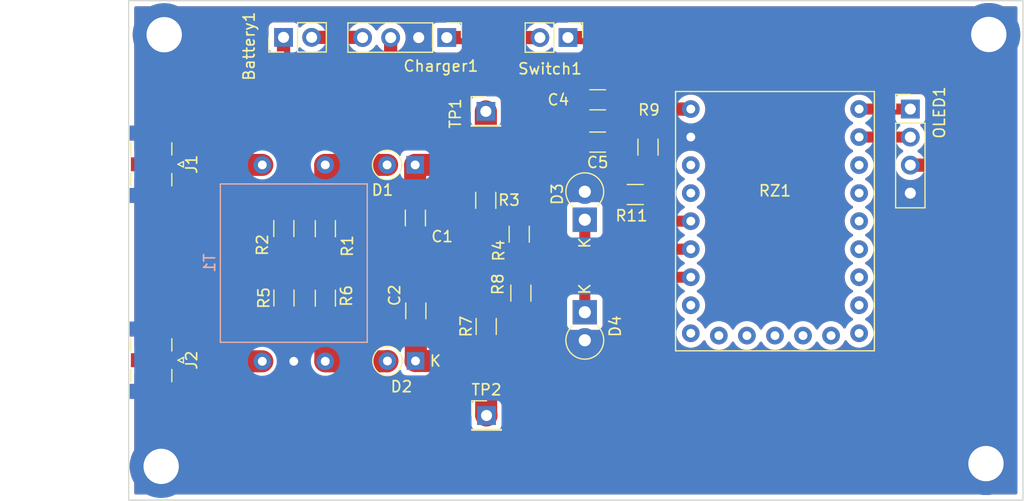
<source format=kicad_pcb>
(kicad_pcb (version 20211014) (generator pcbnew)
  (layers (0 "F.Cu" signal) (31 "B.Cu" signal) (34 "B.Paste" user) (35 "F.Paste" user) (36 "B.SilkS" user "B.Silkscreen") (37 "F.SilkS" user "F.Silkscreen") (38 "B.Mask" user) (39 "F.Mask" user) (44 "Edge.Cuts" user))
  (net 0 "")
  (net 1 "GND")
  (net 2 "Net-(J2-Pad1)")
  (net 3 "Net-(C1-Pad1)")
  (net 4 "Net-(C2-Pad1)")
  (net 5 "Net-(J1-Pad1)")
  (net 6 "Net-(D1-Pad2)")
  (net 7 "Net-(D2-Pad2)")
  (net 8 "Net-(D4-Pad1)")
  (net 9 "Net-(Charger1-Pad1)")
  (net 10 "Net-(C4-Pad1)")
  (net 11 "Net-(Battery1-Pad1)")
  (net 12 "Net-(Battery1-Pad2)")
  (net 13 "Net-(OLED1-Pad1)")
  (net 14 "Net-(OLED1-Pad2)")
  (net 15 "Net-(R11-Pad2)")
  (net 32 "Net-(D3-Pad1)")
  (footprint "Resistor_SMD:R_1206_3216Metric_Pad1.30x1.75mm_HandSolder" (layer "F.Cu") (at 158.63 87.4 90)
    (fp_text reference "R9" (at 3.37 0.09 180) (layer "F.SilkS"))
    (fp_text value "39k")
    (fp_line (start -0.727064 -0.91) (end 0.727064 -0.91) (layer "F.SilkS") (width 0.12))
    (fp_line (start -0.727064 0.91) (end 0.727064 0.91) (layer "F.SilkS") (width 0.12))
    (pad "1" smd roundrect (at -1.55 0 90) (size 1.3 1.75) (layers "F.Cu" "F.Paste" "F.Mask") (roundrect_rratio 0.1923076923) (net 15 "Net-(R11-Pad2)"))
    (pad "2" smd roundrect (at 1.55 0 90) (size 1.3 1.75) (layers "F.Cu" "F.Paste" "F.Mask") (roundrect_rratio 0.1923076923) (net 10 "Net-(C4-Pad1)"))
  )
  (footprint "Connector_PinHeader_2.54mm:PinHeader_1x02_P2.54mm_Vertical" (layer "F.Cu") (at 125.635 77.45 90)
    (fp_text reference "Battery1" (at -0.8 -3.125 90) (layer "F.SilkS"))
    (fp_text value "Battery" hide)
    (fp_line (start -1.33 1.27) (end -1.33 3.87) (layer "F.SilkS") (width 0.12))
    (fp_line (start -1.33 0) (end -1.33 -1.33) (layer "F.SilkS") (width 0.12))
    (fp_line (start -1.33 3.87) (end 1.33 3.87) (layer "F.SilkS") (width 0.12))
    (fp_line (start 1.33 1.27) (end 1.33 3.87) (layer "F.SilkS") (width 0.12))
    (fp_line (start -1.33 -1.33) (end 0 -1.33) (layer "F.SilkS") (width 0.12))
    (fp_line (start -1.33 1.27) (end 1.33 1.27) (layer "F.SilkS") (width 0.12))
    (pad "1" thru_hole rect (at 0 0 90) (size 1.7 1.7) (drill 1) (layers *.Cu *.Mask) (net 11 "Net-(Battery1-Pad1)"))
    (pad "2" thru_hole oval (at 0 2.54 90) (size 1.7 1.7) (drill 1) (layers *.Cu *.Mask) (net 12 "Net-(Battery1-Pad2)"))
  )
  (footprint "Connector_PinHeader_2.54mm:PinHeader_1x01_P2.54mm_Vertical" (layer "F.Cu") (at 144.01 111.72)
    (fp_text reference "TP2" (at 0 -2.33) (layer "F.SilkS"))
    (fp_text value "Vrev")
    (fp_line (start -1.33 1.27) (end 1.33 1.27) (layer "F.SilkS") (width 0.12))
    (fp_line (start -1.33 0) (end -1.33 -1.33) (layer "F.SilkS") (width 0.12))
    (fp_line (start -1.33 1.33) (end 1.33 1.33) (layer "F.SilkS") (width 0.12))
    (fp_line (start 1.33 1.27) (end 1.33 1.33) (layer "F.SilkS") (width 0.12))
    (fp_line (start -1.33 1.27) (end -1.33 1.33) (layer "F.SilkS") (width 0.12))
    (fp_line (start -1.33 -1.33) (end 0 -1.33) (layer "F.SilkS") (width 0.12))
    (pad "1" thru_hole rect (at 0 0) (size 1.7 1.7) (drill 1) (layers *.Cu *.Mask) (net 4 "Net-(C2-Pad1)"))
  )
  (footprint "Connector_PinHeader_2.54mm:PinHeader_1x04_P2.54mm_Vertical" (layer "F.Cu") (at 182.38 83.95)
    (fp_text reference "OLED1" (at 2.63 0.314 90) (layer "F.SilkS"))
    (fp_text value "SSD1306" hide)
    (fp_line (start -1.33 0) (end -1.33 -1.33) (layer "F.SilkS") (width 0.12))
    (fp_line (start -1.33 1.27) (end 1.33 1.27) (layer "F.SilkS") (width 0.12))
    (fp_line (start -1.33 1.27) (end -1.33 8.95) (layer "F.SilkS") (width 0.12))
    (fp_line (start 1.33 1.27) (end 1.33 8.95) (layer "F.SilkS") (width 0.12))
    (fp_line (start -1.33 -1.33) (end 0 -1.33) (layer "F.SilkS") (width 0.12))
    (fp_line (start -1.33 8.95) (end 1.33 8.95) (layer "F.SilkS") (width 0.12))
    (pad "1" thru_hole rect (at 0 0) (size 1.7 1.7) (drill 1) (layers *.Cu *.Mask) (net 13 "Net-(OLED1-Pad1)"))
    (pad "2" thru_hole oval (at 0 2.54) (size 1.7 1.7) (drill 1) (layers *.Cu *.Mask) (net 14 "Net-(OLED1-Pad2)"))
    (pad "3" thru_hole oval (at 0 5.08) (size 1.7 1.7) (drill 1) (layers *.Cu *.Mask) (net 10 "Net-(C4-Pad1)"))
    (pad "4" thru_hole oval (at 0 7.62) (size 1.7 1.7) (drill 1) (layers *.Cu *.Mask) (net 1 "GND"))
  )
  (footprint "Resistor_SMD:R_1206_3216Metric_Pad1.30x1.75mm_HandSolder" (layer "F.Cu") (at 143.94 92.22 -90)
    (fp_text reference "R3" (at -0.018 -2.11 180) (layer "F.SilkS"))
    (fp_text value "18k 1%" hide)
    (fp_line (start -0.727064 0.91) (end 0.727064 0.91) (layer "F.SilkS") (width 0.12))
    (fp_line (start -0.727064 -0.91) (end 0.727064 -0.91) (layer "F.SilkS") (width 0.12))
    (pad "1" smd roundrect (at -1.55 0 270) (size 1.3 1.75) (layers "F.Cu" "F.Paste" "F.Mask") (roundrect_rratio 0.1923076923) (net 3 "Net-(C1-Pad1)"))
    (pad "2" smd roundrect (at 1.55 0 270) (size 1.3 1.75) (layers "F.Cu" "F.Paste" "F.Mask") (roundrect_rratio 0.1923076923) (net 32 "Net-(D3-Pad1)"))
  )
  (footprint "footprints:BN-43-202-5P" (layer "F.Cu") (at 126.56 97.91 90)
    (fp_text reference "T1" (at 0 -7.62 90) (layer "B.SilkS") (effects (justify mirror)))
    (fp_text value "DirectionalCoupler-Bin" hide)
    (fp_line (start -7.175 -6.65) (end 7.175 -6.65) (layer "B.SilkS") (width 0.12))
    (fp_line (start -7.175 6.65) (end 7.175 6.65) (layer "B.SilkS") (width 0.12))
    (fp_line (start -7.175 -6.65) (end -7.175 6.65) (layer "B.SilkS") (width 0.12))
    (fp_line (start 7.175 6.65) (end 7.175 -6.65) (layer "B.SilkS") (width 0.12))
    (pad "1" thru_hole circle (at -8.9 -2.85 90) (size 1.6 1.6) (drill 0.8) (layers *.Cu *.Mask) (net 2 "Net-(J2-Pad1)"))
    (pad "2" thru_hole circle (at -8.9 0 90) (size 1.6 1.6) (drill 0.8) (layers *.Cu *.Mask) (net 1 "GND"))
    (pad "3" thru_hole circle (at -8.9 2.85 90) (size 1.6 1.6) (drill 0.8) (layers *.Cu *.Mask) (net 7 "Net-(D2-Pad2)"))
    (pad "4" thru_hole circle (at 8.9 2.85 90) (size 1.6 1.6) (drill 0.8) (layers *.Cu *.Mask) (net 6 "Net-(D1-Pad2)"))
    (pad "5" thru_hole circle (at 8.9 -2.85 90) (size 1.6 1.6) (drill 0.8) (layers *.Cu *.Mask) (net 5 "Net-(J1-Pad1)"))
  )
  (footprint "footprints:RP2040-Zero" (layer "F.Cu") (at 161.125 105.857)
    (fp_text reference "RZ1" (at 9 -14.5 unlocked) (layer "F.SilkS"))
    (fp_text value "RP2040-Zero")
    (fp_line (start 18 -23.5) (end 0 -23.5) (layer "F.SilkS") (width 0.12))
    (fp_line (start 18 0) (end 18 -23.5) (layer "F.SilkS") (width 0.12))
    (fp_line (start 0 0) (end 18 0) (layer "F.SilkS") (width 0.12))
    (fp_line (start 0 -23.5) (end 0 0) (layer "F.SilkS") (width 0.12))
    (pad "1" thru_hole circle (at 16.62 -21.91) (size 1.6 1.6) (drill 0.8) (layers *.Cu *.Mask) (net 13 "Net-(OLED1-Pad1)"))
    (pad "2" thru_hole circle (at 16.62 -19.37) (size 1.6 1.6) (drill 0.8) (layers *.Cu *.Mask) (net 14 "Net-(OLED1-Pad2)"))
    (pad "3" thru_hole circle (at 16.62 -16.83) (size 1.6 1.6) (drill 0.8) (layers *.Cu *.Mask))
    (pad "4" thru_hole circle (at 16.62 -14.29) (size 1.6 1.6) (drill 0.8) (layers *.Cu *.Mask))
    (pad "5" thru_hole circle (at 16.62 -11.75) (size 1.6 1.6) (drill 0.8) (layers *.Cu *.Mask))
    (pad "6" thru_hole circle (at 16.62 -9.21) (size 1.6 1.6) (drill 0.8) (layers *.Cu *.Mask))
    (pad "7" thru_hole circle (at 16.62 -6.67) (size 1.6 1.6) (drill 0.8) (layers *.Cu *.Mask))
    (pad "8" thru_hole circle (at 16.62 -4.13) (size 1.6 1.6) (drill 0.8) (layers *.Cu *.Mask))
    (pad "9" thru_hole circle (at 16.62 -1.59) (size 1.6 1.6) (drill 0.8) (layers *.Cu *.Mask))
    (pad "10" thru_hole circle (at 14.08 -1.38) (size 1.6 1.6) (drill 0.8) (layers *.Cu *.Mask))
    (pad "11" thru_hole circle (at 11.54 -1.38) (size 1.6 1.6) (drill 0.8) (layers *.Cu *.Mask))
    (pad "12" thru_hole circle (at 9 -1.38) (size 1.6 1.6) (drill 0.8) (layers *.Cu *.Mask))
    (pad "13" thru_hole circle (at 6.46 -1.38) (size 1.6 1.6) (drill 0.8) (layers *.Cu *.Mask))
    (pad "14" thru_hole circle (at 3.92 -1.38) (size 1.6 1.6) (drill 0.8) (layers *.Cu *.Mask))
    (pad "15" thru_hole circle (at 1.38 -1.59) (size 1.6 1.6) (drill 0.8) (layers *.Cu *.Mask))
    (pad "16" thru_hole circle (at 1.38 -4.13) (size 1.6 1.6) (drill 0.8) (layers *.Cu *.Mask))
    (pad "17" thru_hole circle (at 1.38 -6.67) (size 1.6 1.6) (drill 0.8) (layers *.Cu *.Mask) (net 8 "Net-(D4-Pad1)"))
    (pad "18" thru_hole circle (at 1.38 -9.21) (size 1.6 1.6) (drill 0.8) (layers *.Cu *.Mask) (net 32 "Net-(D3-Pad1)"))
    (pad "19" thru_hole circle (at 1.38 -11.75) (size 1.6 1.6) (drill 0.8) (layers *.Cu *.Mask) (net 15 "Net-(R11-Pad2)"))
    (pad "20" thru_hole circle (at 1.38 -14.29) (size 1.6 1.6) (drill 0.8) (layers *.Cu *.Mask))
    (pad "21" thru_hole circle (at 1.38 -16.83) (size 1.6 1.6) (drill 0.8) (layers *.Cu *.Mask))
    (pad "22" thru_hole circle (at 1.38 -21.91) (size 1.6 1.6) (drill 0.8) (layers *.Cu *.Mask) (net 10 "Net-(C4-Pad1)"))
    (pad "23" thru_hole circle (at 1.38 -19.37) (size 1.6 1.6) (drill 0.8) (layers *.Cu *.Mask) (net 1 "GND"))
  )
  (footprint "Connector_PinHeader_2.54mm:PinHeader_1x04_P2.54mm_Vertical" (layer "F.Cu") (at 140.41 77.47 -90)
    (fp_text reference "Charger1" (at 2.58 0.53 180) (layer "F.SilkS"))
    (fp_text value "Charger" hide)
    (fp_line (start 1.33 1.27) (end 1.33 8.95) (layer "F.SilkS") (width 0.12))
    (fp_line (start -1.33 8.95) (end 1.33 8.95) (layer "F.SilkS") (width 0.12))
    (fp_line (start -1.33 -1.33) (end 0 -1.33) (layer "F.SilkS") (width 0.12))
    (fp_line (start -1.33 1.27) (end -1.33 8.95) (layer "F.SilkS") (width 0.12))
    (fp_line (start -1.33 0) (end -1.33 -1.33) (layer "F.SilkS") (width 0.12))
    (fp_line (start -1.33 1.27) (end 1.33 1.27) (layer "F.SilkS") (width 0.12))
    (pad "1" thru_hole rect (at 0 0 270) (size 1.7 1.7) (drill 1) (layers *.Cu *.Mask) (net 9 "Net-(Charger1-Pad1)"))
    (pad "2" thru_hole oval (at 0 2.54 270) (size 1.7 1.7) (drill 1) (layers *.Cu *.Mask) (net 1 "GND"))
    (pad "3" thru_hole oval (at 0 5.08 270) (size 1.7 1.7) (drill 1) (layers *.Cu *.Mask) (net 11 "Net-(Battery1-Pad1)"))
    (pad "4" thru_hole oval (at 0 7.62 270) (size 1.7 1.7) (drill 1) (layers *.Cu *.Mask) (net 12 "Net-(Battery1-Pad2)"))
  )
  (footprint "Capacitor_SMD:C_1206_3216Metric_Pad1.33x1.80mm_HandSolder" (layer "F.Cu") (at 137.57 93.82 -90)
    (fp_text reference "C1" (at 1.684 -2.424 180) (layer "F.SilkS"))
    (fp_text value "10nF" hide)
    (fp_line (start -0.711252 -0.91) (end 0.711252 -0.91) (layer "F.SilkS") (width 0.12))
    (fp_line (start -0.711252 0.91) (end 0.711252 0.91) (layer "F.SilkS") (width 0.12))
    (pad "1" smd roundrect (at -1.5625 0 270) (size 1.325 1.8) (layers "F.Cu" "F.Paste" "F.Mask") (roundrect_rratio 0.1886792453) (net 3 "Net-(C1-Pad1)"))
    (pad "2" smd roundrect (at 1.5625 0 270) (size 1.325 1.8) (layers "F.Cu" "F.Paste" "F.Mask") (roundrect_rratio 0.1886792453) (net 1 "GND"))
  )
  (footprint "MountingHole:MountingHole_3.2mm_M3_ISO7380_Pad" (layer "F.Cu") (at 114.554 116.332)
    (fp_text reference "H2" hide)
    (fp_text value "MountingHole_Pad" hide)
    (pad "1" thru_hole circle (at 0 0) (size 5.7 5.7) (drill 3.2) (layers *.Cu *.Mask) (net 1 "GND"))
  )
  (footprint "Diode_THT:D_DO-41_SOD81_P2.54mm_Vertical_KathodeUp" (layer "F.Cu") (at 152.908 93.98 90)
    (fp_text reference "D3" (at 2.32 -2.498 90) (layer "F.SilkS"))
    (fp_text value "3.6v" hide)
    (fp_text user "K" (at -2.1 0 90) (layer "F.SilkS"))
    (fp_arc (start 1.228847 -1.1) (mid 4.250877 -0.044974) (end 1.288449 1.167366) (layer "F.SilkS") (width 0.12))
    (pad "1" thru_hole rect (at 0 0 90) (size 2.2 2.2) (drill 1.1) (layers *.Cu *.Mask) (net 32 "Net-(D3-Pad1)"))
    (pad "2" thru_hole oval (at 2.54 0 90) (size 2.2 2.2) (drill 1.1) (layers *.Cu *.Mask) (net 1 "GND"))
  )
  (footprint "Connector_PinHeader_2.54mm:PinHeader_1x01_P2.54mm_Vertical" (layer "F.Cu") (at 143.95 84.16)
    (fp_text reference "TP1" (at -2.76 0.19 90) (layer "F.SilkS"))
    (fp_text value "Vfwd")
    (fp_line (start -1.33 1.27) (end -1.33 1.33) (layer "F.SilkS") (width 0.12))
    (fp_line (start -1.33 1.33) (end 1.33 1.33) (layer "F.SilkS") (width 0.12))
    (fp_line (start -1.33 -1.33) (end 0 -1.33) (layer "F.SilkS") (width 0.12))
    (fp_line (start -1.33 1.27) (end 1.33 1.27) (layer "F.SilkS") (width 0.12))
    (fp_line (start 1.33 1.27) (end 1.33 1.33) (layer "F.SilkS") (width 0.12))
    (fp_line (start -1.33 0) (end -1.33 -1.33) (layer "F.SilkS") (width 0.12))
    (pad "1" thru_hole rect (at 0 0) (size 1.7 1.7) (drill 1) (layers *.Cu *.Mask) (net 3 "Net-(C1-Pad1)"))
  )
  (footprint "Diode_THT:D_DO-41_SOD81_P2.54mm_Vertical_KathodeUp" (layer "F.Cu") (at 152.908 102.362 -90)
    (fp_text reference "D4" (at 1.27 -2.750635 90) (layer "F.SilkS"))
    (fp_text value "3.6v" hide)
    (fp_text user "K" (at -2.1 0 90) (layer "F.SilkS"))
    (fp_arc (start 1.228847 -1.1) (mid 4.250877 -0.044974) (end 1.288449 1.167366) (layer "F.SilkS") (width 0.12))
    (pad "1" thru_hole rect (at 0 0 270) (size 2.2 2.2) (drill 1.1) (layers *.Cu *.Mask) (net 8 "Net-(D4-Pad1)"))
    (pad "2" thru_hole oval (at 2.54 0 270) (size 2.2 2.2) (drill 1.1) (layers *.Cu *.Mask) (net 1 "GND"))
  )
  (footprint "Resistor_SMD:R_1206_3216Metric_Pad1.30x1.75mm_HandSolder" (layer "F.Cu") (at 125.67 101.07 90)
    (fp_text reference "R5" (at 0 -1.82 90) (layer "F.SilkS"))
    (fp_text value "100 1%" hide)
    (fp_line (start -0.727064 -0.91) (end 0.727064 -0.91) (layer "F.SilkS") (width 0.12))
    (fp_line (start -0.727064 0.91) (end 0.727064 0.91) (layer "F.SilkS") (width 0.12))
    (pad "1" smd roundrect (at -1.55 0 90) (size 1.3 1.75) (layers "F.Cu" "F.Paste" "F.Mask") (roundrect_rratio 0.1923076923) (net 7 "Net-(D2-Pad2)"))
    (pad "2" smd roundrect (at 1.55 0 90) (size 1.3 1.75) (layers "F.Cu" "F.Paste" "F.Mask") (roundrect_rratio 0.1923076923) (net 1 "GND"))
  )
  (footprint "Capacitor_SMD:C_1206_3216Metric_Pad1.33x1.80mm_HandSolder" (layer "F.Cu") (at 137.61 102.24 90)
    (fp_text reference "C2" (at 1.412 -1.924 90) (layer "F.SilkS"))
    (fp_text value "10nF" hide)
    (fp_line (start -0.711252 -0.91) (end 0.711252 -0.91) (layer "F.SilkS") (width 0.12))
    (fp_line (start -0.711252 0.91) (end 0.711252 0.91) (layer "F.SilkS") (width 0.12))
    (pad "1" smd roundrect (at -1.5625 0 90) (size 1.325 1.8) (layers "F.Cu" "F.Paste" "F.Mask") (roundrect_rratio 0.1886792453) (net 4 "Net-(C2-Pad1)"))
    (pad "2" smd roundrect (at 1.5625 0 90) (size 1.325 1.8) (layers "F.Cu" "F.Paste" "F.Mask") (roundrect_rratio 0.1886792453) (net 1 "GND"))
  )
  (footprint "Resistor_SMD:R_1206_3216Metric_Pad1.30x1.75mm_HandSolder" (layer "F.Cu") (at 157.48 91.694)
    (fp_text reference "R11" (at -0.34 1.926) (layer "F.SilkS"))
    (fp_text value "10k" hide)
    (fp_line (start -0.727064 0.91) (end 0.727064 0.91) (layer "F.SilkS") (width 0.12))
    (fp_line (start -0.727064 -0.91) (end 0.727064 -0.91) (layer "F.SilkS") (width 0.12))
    (pad "1" smd roundrect (at -1.55 0) (size 1.3 1.75) (layers "F.Cu" "F.Paste" "F.Mask") (roundrect_rratio 0.1923076923) (net 1 "GND"))
    (pad "2" smd roundrect (at 1.55 0) (size 1.3 1.75) (layers "F.Cu" "F.Paste" "F.Mask") (roundrect_rratio 0.1923076923) (net 15 "Net-(R11-Pad2)"))
  )
  (footprint "Resistor_SMD:R_1206_3216Metric_Pad1.30x1.75mm_HandSolder" (layer "F.Cu") (at 143.98 103.65 90)
    (fp_text reference "R7" (at 0 -1.82 90) (layer "F.SilkS"))
    (fp_text value "18k 1%" hide)
    (fp_line (start -0.727064 0.91) (end 0.727064 0.91) (layer "F.SilkS") (width 0.12))
    (fp_line (start -0.727064 -0.91) (end 0.727064 -0.91) (layer "F.SilkS") (width 0.12))
    (pad "1" smd roundrect (at -1.55 0 90) (size 1.3 1.75) (layers "F.Cu" "F.Paste" "F.Mask") (roundrect_rratio 0.1923076923) (net 4 "Net-(C2-Pad1)"))
    (pad "2" smd roundrect (at 1.55 0 90) (size 1.3 1.75) (layers "F.Cu" "F.Paste" "F.Mask") (roundrect_rratio 0.1923076923) (net 8 "Net-(D4-Pad1)"))
  )
  (footprint "Capacitor_SMD:C_1206_3216Metric_Pad1.33x1.80mm_HandSolder" (layer "F.Cu") (at 154.07 86.94 180)
    (fp_text reference "C5" (at 0 -1.85) (layer "F.SilkS"))
    (fp_text value "100nF" hide)
    (fp_line (start -0.711252 -0.91) (end 0.711252 -0.91) (layer "F.SilkS") (width 0.12))
    (fp_line (start -0.711252 0.91) (end 0.711252 0.91) (layer "F.SilkS") (width 0.12))
    (pad "1" smd roundrect (at -1.5625 0 180) (size 1.325 1.8) (layers "F.Cu" "F.Paste" "F.Mask") (roundrect_rratio 0.1886792453) (net 10 "Net-(C4-Pad1)"))
    (pad "2" smd roundrect (at 1.5625 0 180) (size 1.325 1.8) (layers "F.Cu" "F.Paste" "F.Mask") (roundrect_rratio 0.1886792453) (net 1 "GND"))
  )
  (footprint "Diode_THT:D_DO-35_SOD27_P2.54mm_Vertical_KathodeUp" (layer "F.Cu") (at 137.58 106.78 180)
    (fp_text reference "D2" (at 1.27 -2.326371 180) (layer "F.SilkS"))
    (fp_text value "1N5711")
    (fp_text user "K" (at -1.8 0 180) (layer "F.SilkS"))
    (fp_line (start 1.213629 0) (end 1.1 0) (layer "F.SilkS") (width 0.12))
    (fp_circle (center 2.54 0) (end 3.866371 0) (layer "F.SilkS") (width 0.12) (fill none))
    (pad "1" thru_hole rect (at 0 0 180) (size 1.6 1.6) (drill 0.8) (layers *.Cu *.Mask) (net 4 "Net-(C2-Pad1)"))
    (pad "2" thru_hole oval (at 2.54 0 180) (size 1.6 1.6) (drill 0.8) (layers *.Cu *.Mask) (net 7 "Net-(D2-Pad2)"))
  )
  (footprint "Resistor_SMD:R_1206_3216Metric_Pad1.30x1.75mm_HandSolder" (layer "F.Cu") (at 129.42 101.09 90)
    (fp_text reference "R6" (at 0.21 1.91 90) (layer "F.SilkS"))
    (fp_text value "100 1%" hide)
    (fp_line (start -0.727064 -0.91) (end 0.727064 -0.91) (layer "F.SilkS") (width 0.12))
    (fp_line (start -0.727064 0.91) (end 0.727064 0.91) (layer "F.SilkS") (width 0.12))
    (pad "1" smd roundrect (at -1.55 0 90) (size 1.3 1.75) (layers "F.Cu" "F.Paste" "F.Mask") (roundrect_rratio 0.1923076923) (net 7 "Net-(D2-Pad2)"))
    (pad "2" smd roundrect (at 1.55 0 90) (size 1.3 1.75) (layers "F.Cu" "F.Paste" "F.Mask") (roundrect_rratio 0.1923076923) (net 1 "GND"))
  )
  (footprint "MountingHole:MountingHole_3.2mm_M3_ISO7380_Pad" (layer "F.Cu") (at 189.23 116.078)
    (fp_text reference "H3" hide)
    (fp_text value "MountingHole_Pad" hide)
    (pad "1" thru_hole circle (at 0 0) (size 5.7 5.7) (drill 3.2) (layers *.Cu *.Mask) (net 1 "GND"))
  )
  (footprint "Resistor_SMD:R_1206_3216Metric_Pad1.30x1.75mm_HandSolder" (layer "F.Cu") (at 147.12 100.63 90)
    (fp_text reference "R8" (at 0.808 -2.086 90) (layer "F.SilkS"))
    (fp_text value "10k 1%" hide)
    (fp_line (start -0.727064 0.91) (end 0.727064 0.91) (layer "F.SilkS") (width 0.12))
    (fp_line (start -0.727064 -0.91) (end 0.727064 -0.91) (layer "F.SilkS") (width 0.12))
    (pad "1" smd roundrect (at -1.55 0 90) (size 1.3 1.75) (layers "F.Cu" "F.Paste" "F.Mask") (roundrect_rratio 0.1923076923) (net 8 "Net-(D4-Pad1)"))
    (pad "2" smd roundrect (at 1.55 0 90) (size 1.3 1.75) (layers "F.Cu" "F.Paste" "F.Mask") (roundrect_rratio 0.1923076923) (net 1 "GND"))
  )
  (footprint "MountingHole:MountingHole_3.2mm_M3_ISO7380_Pad" (layer "F.Cu") (at 114.83 77.21)
    (fp_text reference "H1" hide)
    (fp_text value "MountingHole_Pad" hide)
    (pad "1" thru_hole circle (at 0 0) (size 5.7 5.7) (drill 3.2) (layers *.Cu *.Mask) (net 1 "GND"))
  )
  (footprint "Connector_Coaxial:SMA_Samtec_SMA-J-P-X-ST-EM1_EdgeMount" (layer "F.Cu") (at 113.81 106.71 -90)
    (fp_text reference "J2" (at 0 -3.5 90) (layer "F.SilkS"))
    (fp_text value "RF_OUT")
    (fp_line (start 0.84 -1.71) (end 1.95 -1.71) (layer "F.SilkS") (width 0.12))
    (fp_line (start -1.95 -1.71) (end -0.84 -1.71) (layer "F.SilkS") (width 0.12))
    (fp_line (start 0.84 2) (end 1.95 2) (layer "F.SilkS") (width 0.12))
    (fp_line (start -1.95 2) (end -0.84 2) (layer "F.SilkS") (width 0.12))
    (fp_line (start 0.25 -2.76) (end -0.25 -2.76) (layer "F.SilkS") (width 0.12))
    (fp_line (start 0 -2.26) (end 0.25 -2.76) (layer "F.SilkS") (width 0.12))
    (fp_line (start -0.25 -2.76) (end 0 -2.26) (layer "F.SilkS") (width 0.12))
    (pad "1" smd rect (at 0 0.2 270) (size 1.27 3.6) (layers "F.Cu" "F.Paste" "F.Mask") (net 2 "Net-(J2-Pad1)"))
    (pad "2" smd rect (at 2.825 0 270) (size 1.35 4.2) (layers "B.Cu" "B.Paste" "B.Mask") (net 1 "GND"))
    (pad "2" smd rect (at 2.825 0 270) (size 1.35 4.2) (layers "F.Cu" "F.Paste" "F.Mask") (net 1 "GND"))
    (pad "2" smd rect (at -2.825 0 270) (size 1.35 4.2) (layers "F.Cu" "F.Paste" "F.Mask") (net 1 "GND"))
    (pad "2" smd rect (at -2.825 0 270) (size 1.35 4.2) (layers "B.Cu" "B.Paste" "B.Mask") (net 1 "GND"))
  )
  (footprint "Resistor_SMD:R_1206_3216Metric_Pad1.30x1.75mm_HandSolder" (layer "F.Cu") (at 129.42 94.79 -90)
    (fp_text reference "R1" (at 1.57 -1.99 90) (layer "F.SilkS"))
    (fp_text value "100 1%" hide)
    (fp_line (start -0.727064 -0.91) (end 0.727064 -0.91) (layer "F.SilkS") (width 0.12))
    (fp_line (start -0.727064 0.91) (end 0.727064 0.91) (layer "F.SilkS") (width 0.12))
    (pad "1" smd roundrect (at -1.55 0 270) (size 1.3 1.75) (layers "F.Cu" "F.Paste" "F.Mask") (roundrect_rratio 0.1923076923) (net 6 "Net-(D1-Pad2)"))
    (pad "2" smd roundrect (at 1.55 0 270) (size 1.3 1.75) (layers "F.Cu" "F.Paste" "F.Mask") (roundrect_rratio 0.1923076923) (net 1 "GND"))
  )
  (footprint "Connector_Coaxial:SMA_Samtec_SMA-J-P-X-ST-EM1_EdgeMount" (layer "F.Cu") (at 113.81 88.955 -90)
    (fp_text reference "J1" (at 0 -3.5 90) (layer "F.SilkS"))
    (fp_text value "RF_IN")
    (fp_line (start -1.95 2) (end -0.84 2) (layer "F.SilkS") (width 0.12))
    (fp_line (start -1.95 -1.71) (end -0.84 -1.71) (layer "F.SilkS") (width 0.12))
    (fp_line (start 0 -2.26) (end 0.25 -2.76) (layer "F.SilkS") (width 0.12))
    (fp_line (start 0.84 2) (end 1.95 2) (layer "F.SilkS") (width 0.12))
    (fp_line (start 0.25 -2.76) (end -0.25 -2.76) (layer "F.SilkS") (width 0.12))
    (fp_line (start 0.84 -1.71) (end 1.95 -1.71) (layer "F.SilkS") (width 0.12))
    (fp_line (start -0.25 -2.76) (end 0 -2.26) (layer "F.SilkS") (width 0.12))
    (pad "1" smd rect (at 0 0.2 270) (size 1.27 3.6) (layers "F.Cu" "F.Paste" "F.Mask") (net 5 "Net-(J1-Pad1)"))
    (pad "2" smd rect (at 2.825 0 270) (size 1.35 4.2) (layers "F.Cu" "F.Paste" "F.Mask") (net 1 "GND"))
    (pad "2" smd rect (at -2.825 0 270) (size 1.35 4.2) (layers "F.Cu" "F.Paste" "F.Mask") (net 1 "GND"))
    (pad "2" smd rect (at -2.825 0 270) (size 1.35 4.2) (layers "B.Cu" "B.Paste" "B.Mask") (net 1 "GND"))
    (pad "2" smd rect (at 2.825 0 270) (size 1.35 4.2) (layers "B.Cu" "B.Paste" "B.Mask") (net 1 "GND"))
  )
  (footprint "Capacitor_SMD:C_1206_3216Metric_Pad1.33x1.80mm_HandSolder" (layer "F.Cu") (at 154.07 83.11 180)
    (fp_text reference "C4" (at 3.56 0) (layer "F.SilkS"))
    (fp_text value "4.7uF MLCC / ELCO" hide)
    (fp_line (start -0.711252 -0.91) (end 0.711252 -0.91) (layer "F.SilkS") (width 0.12))
    (fp_line (start -0.711252 0.91) (end 0.711252 0.91) (layer "F.SilkS") (width 0.12))
    (pad "1" smd roundrect (at -1.5625 0 180) (size 1.325 1.8) (layers "F.Cu" "F.Paste" "F.Mask") (roundrect_rratio 0.1886792453) (net 10 "Net-(C4-Pad1)"))
    (pad "2" smd roundrect (at 1.5625 0 180) (size 1.325 1.8) (layers "F.Cu" "F.Paste" "F.Mask") (roundrect_rratio 0.1886792453) (net 1 "GND"))
  )
  (footprint "Resistor_SMD:R_1206_3216Metric_Pad1.30x1.75mm_HandSolder" (layer "F.Cu") (at 125.66 94.78 -90)
    (fp_text reference "R2" (at 1.49 1.94 90) (layer "F.SilkS"))
    (fp_text value "100 1%" hide)
    (fp_line (start -0.727064 -0.91) (end 0.727064 -0.91) (layer "F.SilkS") (width 0.12))
    (fp_line (start -0.727064 0.91) (end 0.727064 0.91) (layer "F.SilkS") (width 0.12))
    (pad "1" smd roundrect (at -1.55 0 270) (size 1.3 1.75) (layers "F.Cu" "F.Paste" "F.Mask") (roundrect_rratio 0.1923076923) (net 6 "Net-(D1-Pad2)"))
    (pad "2" smd roundrect (at 1.55 0 270) (size 1.3 1.75) (layers "F.Cu" "F.Paste" "F.Mask") (roundrect_rratio 0.1923076923) (net 1 "GND"))
  )
  (footprint "Connector_PinHeader_2.54mm:PinHeader_1x02_P2.54mm_Vertical" (layer "F.Cu") (at 151.38 77.47 -90)
    (fp_text reference "Switch1" (at 2.83 1.63 180) (layer "F.SilkS"))
    (fp_text value "custom_switch" hide)
    (fp_line (start -1.33 1.27) (end 1.33 1.27) (layer "F.SilkS") (width 0.12))
    (fp_line (start -1.33 -1.33) (end 0 -1.33) (layer "F.SilkS") (width 0.12))
    (fp_line (start -1.33 3.87) (end 1.33 3.87) (layer "F.SilkS") (width 0.12))
    (fp_line (start -1.33 0) (end -1.33 -1.33) (layer "F.SilkS") (width 0.12))
    (fp_line (start 1.33 1.27) (end 1.33 3.87) (layer "F.SilkS") (width 0.12))
    (fp_line (start -1.33 1.27) (end -1.33 3.87) (layer "F.SilkS") (width 0.12))
    (pad "1" thru_hole rect (at 0 0 270) (size 1.7 1.7) (drill 1) (layers *.Cu *.Mask) (net 10 "Net-(C4-Pad1)"))
    (pad "2" thru_hole oval (at 0 2.54 270) (size 1.7 1.7) (drill 1) (layers *.Cu *.Mask) (net 9 "Net-(Charger1-Pad1)"))
  )
  (footprint "Diode_THT:D_DO-35_SOD27_P2.54mm_Vertical_KathodeUp" (layer "F.Cu") (at 137.55 89.01 180)
    (fp_text reference "D1" (at 2.96 -2.28 180) (layer "F.SilkS"))
    (fp_text value "1N5711")
    (fp_line (start 1.213629 0) (end 1.1 0) (layer "F.SilkS") (width 0.12))
    (fp_circle (center 2.54 0) (end 3.866371 0) (layer "F.SilkS") (width 0.12) (fill none))
    (pad "1" thru_hole rect (at 0 0 180) (size 1.6 1.6) (drill 0.8) (layers *.Cu *.Mask) (net 3 "Net-(C1-Pad1)"))
    (pad "2" thru_hole oval (at 2.54 0 180) (size 1.6 1.6) (drill 0.8) (layers *.Cu *.Mask) (net 6 "Net-(D1-Pad2)"))
  )
  (footprint "Resistor_SMD:R_1206_3216Metric_Pad1.30x1.75mm_HandSolder" (layer "F.Cu") (at 146.97 95.29 -90)
    (fp_text reference "R4" (at 1.484 1.85 90) (layer "F.SilkS"))
    (fp_text value "10k 1%" hide)
    (fp_line (start -0.727064 0.91) (end 0.727064 0.91) (layer "F.SilkS") (width 0.12))
    (fp_line (start -0.727064 -0.91) (end 0.727064 -0.91) (layer "F.SilkS") (width 0.12))
    (pad "1" smd roundrect (at -1.55 0 270) (size 1.3 1.75) (layers "F.Cu" "F.Paste" "F.Mask") (roundrect_rratio 0.1923076923) (net 32 "Net-(D3-Pad1)"))
    (pad "2" smd roundrect (at 1.55 0 270) (size 1.3 1.75) (layers "F.Cu" "F.Paste" "F.Mask") (roundrect_rratio 0.1923076923) (net 1 "GND"))
  )
  (footprint "MountingHole:MountingHole_3.2mm_M3_ISO7380_Pad" (layer "F.Cu") (at 189.484 77.19)
    (fp_text reference "H4" hide)
    (fp_text value "MountingHole_Pad" hide)
    (pad "1" thru_hole circle (at 0 0) (size 5.7 5.7) (drill 3.2) (layers *.Cu *.Mask) (net 1 "GND"))
  )
  (gr_rect (start 111.61 74.13) (end 192.576 119.382) (layer "Edge.Cuts") (width 0.1) (fill none))
  (segment (start 155.93 91.694) (end 153.162 91.694) (width 1) (layer "F.Cu") (net 1))
  (segment (start 153.162 91.694) (end 152.908 91.44) (width 1) (layer "F.Cu") (net 1))
  (segment (start 113.71 106.81) (end 113.61 106.71) (width 2) (layer "F.Cu") (net 2))
  (segment (start 123.71 106.81) (end 113.71 106.81) (width 2) (layer "F.Cu") (net 2))
  (segment (start 137.55 89.01) (end 137.55 92.2375) (width 2) (layer "F.Cu") (net 3))
  (segment (start 143.93 90.66) (end 143.94 90.67) (width 2) (layer "F.Cu") (net 3))
  (segment (start 143.96 89.01) (end 143.94 89.03) (width 2) (layer "F.Cu") (net 3))
  (segment (start 143.95 84.16) (end 143.95 89) (width 2) (layer "F.Cu") (net 3))
  (segment (start 137.55 89.01) (end 143.96 89.01) (width 2) (layer "F.Cu") (net 3))
  (segment (start 143.94 89.03) (end 143.94 90.67) (width 2) (layer "F.Cu") (net 3))
  (segment (start 137.55 92.2375) (end 137.57 92.2575) (width 2) (layer "F.Cu") (net 3))
  (segment (start 137.61 103.8025) (end 137.61 106.75) (width 2) (layer "F.Cu") (net 4))
  (segment (start 143.98 106.78) (end 143.98 105.2) (width 2) (layer "F.Cu") (net 4))
  (segment (start 137.58 106.78) (end 143.98 106.78) (width 2) (layer "F.Cu") (net 4))
  (segment (start 137.61 106.75) (end 137.58 106.78) (width 2) (layer "F.Cu") (net 4))
  (segment (start 143.98 111.69) (end 144.01 111.72) (width 2) (layer "F.Cu") (net 4))
  (segment (start 143.98 106.78) (end 143.98 111.69) (width 2) (layer "F.Cu") (net 4))
  (segment (start 123.71 89.01) (end 113.665 89.01) (width 2) (layer "F.Cu") (net 5))
  (segment (start 113.665 89.01) (end 113.61 88.955) (width 2) (layer "F.Cu") (net 5))
  (segment (start 129.41 89.01) (end 129.41 93.23) (width 2) (layer "F.Cu") (net 6))
  (segment (start 125.66 93.23) (end 129.41 93.23) (width 2) (layer "F.Cu") (net 6))
  (segment (start 129.41 89.01) (end 135.01 89.01) (width 2) (layer "F.Cu") (net 6))
  (segment (start 129.41 93.23) (end 129.42 93.24) (width 2) (layer "F.Cu") (net 6))
  (segment (start 129.42 102.64) (end 125.69 102.64) (width 2) (layer "F.Cu") (net 7))
  (segment (start 129.42 102.64) (end 129.42 106.8) (width 2) (layer "F.Cu") (net 7))
  (segment (start 135.01 106.81) (end 135.04 106.78) (width 2) (layer "F.Cu") (net 7))
  (segment (start 129.41 106.81) (end 135.01 106.81) (width 2) (layer "F.Cu") (net 7))
  (segment (start 125.69 102.64) (end 125.67 102.62) (width 2) (layer "F.Cu") (net 7))
  (segment (start 149.785 99.19) (end 152.784 99.19) (width 1) (layer "F.Cu") (net 8))
  (segment (start 149.775 99.2) (end 149.775 101.685) (width 1) (layer "F.Cu") (net 8))
  (segment (start 152.784 99.19) (end 155.07 99.19) (width 1) (layer "F.Cu") (net 8))
  (segment (start 155.07 99.19) (end 160.33 99.19) (width 1) (layer "F.Cu") (net 8))
  (segment (start 149.775 99.2) (end 149.785 99.19) (width 1) (layer "F.Cu") (net 8))
  (segment (start 152.908 102.362) (end 152.908 99.314) (width 1) (layer "F.Cu") (net 8))
  (segment (start 152.908 99.314) (end 152.784 99.19) (width 1) (layer "F.Cu") (net 8))
  (segment (start 160.333 99.187) (end 160.33 99.19) (width 1) (layer "F.Cu") (net 8))
  (segment (start 149.775 101.685) (end 149.28 102.18) (width 1) (layer "F.Cu") (net 8))
  (segment (start 147.46 102.1) (end 143.98 102.1) (width 2) (layer "F.Cu") (net 8))
  (segment (start 162.505 99.187) (end 160.333 99.187) (width 1) (layer "F.Cu") (net 8))
  (segment (start 149.28 102.18) (end 147.12 102.18) (width 1) (layer "F.Cu") (net 8))
  (segment (start 140.41 77.47) (end 148.84 77.47) (width 1.2) (layer "F.Cu") (net 9))
  (segment (start 155.61 80.172) (end 155.61 83.06) (width 1.2) (layer "F.Cu") (net 10))
  (segment (start 185.84 89.03) (end 186.436 88.434) (width 1.2) (layer "F.Cu") (net 10))
  (segment (start 186.436 88.434) (end 186.436 80.306) (width 1.2) (layer "F.Cu") (net 10))
  (segment (start 155.38 77.47) (end 155.61 77.7) (width 1.2) (layer "F.Cu") (net 10))
  (segment (start 151.38 77.47) (end 155.38 77.47) (width 1.2) (layer "F.Cu") (net 10))
  (segment (start 186.436 80.306) (end 186.302 80.172) (width 1.2) (layer "F.Cu") (net 10))
  (segment (start 155.61 84.166) (end 155.826 83.95) (width 1.2) (layer "F.Cu") (net 10))
  (segment (start 155.826 83.95) (end 158.43 83.95) (width 1.2) (layer "F.Cu") (net 10))
  (segment (start 182.38 89.03) (end 185.84 89.03) (width 1.2) (layer "F.Cu") (net 10))
  (segment (start 161.09 83.95) (end 161.903 83.95) (width 1.2) (layer "F.Cu") (net 10))
  (segment (start 158.63 84.15) (end 158.43 83.95) (width 1) (layer "F.Cu") (net 10))
  (segment (start 161.903 83.95) (end 161.906 83.947) (width 1.2) (layer "F.Cu") (net 10))
  (segment (start 158.63 85.85) (end 158.63 84.15) (width 1) (layer "F.Cu") (net 10))
  (segment (start 186.302 80.172) (end 155.61 80.172) (width 1.2) (layer "F.Cu") (net 10))
  (segment (start 155.61 86.9175) (end 155.61 84.166) (width 1.2) (layer "F.Cu") (net 10))
  (segment (start 155.61 77.7) (end 155.61 80.172) (width 1.2) (layer "F.Cu") (net 10))
  (segment (start 158.43 83.95) (end 161.09 83.95) (width 1.2) (layer "F.Cu") (net 10))
  (segment (start 161.093 83.947) (end 161.09 83.95) (width 1) (layer "F.Cu") (net 10))
  (segment (start 155.6325 86.94) (end 155.61 86.9175) (width 1.2) (layer "F.Cu") (net 10))
  (segment (start 162.505 83.947) (end 161.093 83.947) (width 1) (layer "F.Cu") (net 10))
  (segment (start 135.065 80.075) (end 125.635 80.075) (width 1.2) (layer "F.Cu") (net 11))
  (segment (start 135.33 77.47) (end 135.33 79.81) (width 1.2) (layer "F.Cu") (net 11))
  (segment (start 135.33 79.81) (end 135.065 80.075) (width 1.2) (layer "F.Cu") (net 11))
  (segment (start 125.635 80.075) (end 125.635 77.45) (width 1.2) (layer "F.Cu") (net 11))
  (segment (start 128.175 77.45) (end 132.77 77.45) (width 1.2) (layer "F.Cu") (net 12))
  (segment (start 132.77 77.45) (end 132.79 77.47) (width 1.2) (layer "F.Cu") (net 12))
  (segment (start 182.38 83.95) (end 177.748 83.95) (width 1) (layer "F.Cu") (net 13))
  (segment (start 177.748 83.95) (end 177.745 83.947) (width 1) (layer "F.Cu") (net 13))
  (segment (start 177.745 86.487) (end 182.377 86.487) (width 1) (layer "F.Cu") (net 14))
  (segment (start 182.377 86.487) (end 182.38 86.49) (width 1) (layer "F.Cu") (net 14))
  (segment (start 159.03 91.694) (end 159.03 89.35) (width 1) (layer "F.Cu") (net 15))
  (segment (start 159.03 89.35) (end 158.63 88.95) (width 1) (layer "F.Cu") (net 15))
  (segment (start 159.03 93.88) (end 159.03 91.694) (width 1) (layer "F.Cu") (net 15))
  (segment (start 162.505 94.107) (end 159.257 94.107) (width 1) (layer "F.Cu") (net 15))
  (segment (start 159.257 94.107) (end 159.03 93.88) (width 1) (layer "F.Cu") (net 15))
  (segment (start 149.97 96.65) (end 152.784 96.65) (width 1) (layer "F.Cu") (net 32))
  (segment (start 152.908 93.98) (end 152.908 96.526) (width 1) (layer "F.Cu") (net 32))
  (segment (start 146.97 93.74) (end 149.61 93.74) (width 1) (layer "F.Cu") (net 32))
  (segment (start 152.908 96.526) (end 152.784 96.65) (width 1) (layer "F.Cu") (net 32))
  (segment (start 147.29 93.77) (end 143.94 93.77) (width 2) (layer "F.Cu") (net 32))
  (segment (start 149.97 96.65) (end 149.61 96.29) (width 1) (layer "F.Cu") (net 32))
  (segment (start 155.578 96.65) (end 160.04 96.65) (width 1) (layer "F.Cu") (net 32))
  (segment (start 161.903 96.65) (end 161.906 96.647) (width 1) (layer "F.Cu") (net 32))
  (segment (start 160.04 96.65) (end 161.903 96.65) (width 1) (layer "F.Cu") (net 32))
  (segment (start 162.505 96.647) (end 160.043 96.647) (width 1) (layer "F.Cu") (net 32))
  (segment (start 149.61 93.74) (end 149.61 96.29) (width 1) (layer "F.Cu") (net 32))
  (segment (start 160.043 96.647) (end 160.04 96.65) (width 1) (layer "F.Cu") (net 32))
  (segment (start 152.784 96.65) (end 155.578 96.65) (width 1) (layer "F.Cu") (net 32))
  (zone (net 1) (net_name "GND") (layer "F.Cu") (connect_pads yes (clearance 0.508)) (min_thickness 0.254) (fill yes (thermal_gap 0.508) (thermal_bridge_width 0.508))
    (polygon (pts (xy 192.696 74.139974) (xy 192.696245 119.381449) (xy 111.611711 119.370958) (xy 111.601466 74.129483)))
  )
  (zone (net 1) (net_name "GND") (layer "B.Cu") (connect_pads yes (clearance 0.508)) (min_thickness 0.254) (fill yes (thermal_gap 0.508) (thermal_bridge_width 0.508))
    (polygon (pts (xy 192.6403 119.372868) (xy 111.610313 119.360573) (xy 111.61 74.13) (xy 192.629987 74.132295)))
  )
)
</source>
